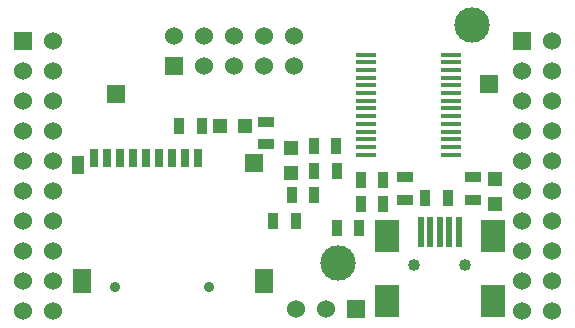
<source format=gts>
G04 (created by PCBNEW (2013-07-07 BZR 4022)-stable) date 05/03/2014 08:07:49*
%MOIN*%
G04 Gerber Fmt 3.4, Leading zero omitted, Abs format*
%FSLAX34Y34*%
G01*
G70*
G90*
G04 APERTURE LIST*
%ADD10C,0.00590551*%
%ADD11R,0.035X0.055*%
%ADD12R,0.055X0.035*%
%ADD13R,0.065X0.016*%
%ADD14R,0.06X0.06*%
%ADD15C,0.06*%
%ADD16C,0.11811*%
%ADD17R,0.0472X0.0472*%
%ADD18R,0.02X0.1*%
%ADD19R,0.0787402X0.11*%
%ADD20C,0.04*%
%ADD21R,0.03X0.06*%
%ADD22R,0.04X0.06*%
%ADD23R,0.06X0.08*%
%ADD24C,0.035*%
G04 APERTURE END LIST*
G54D10*
G54D11*
X81275Y-66400D03*
X82025Y-66400D03*
G54D12*
X82750Y-66275D03*
X82750Y-65525D03*
G54D11*
X83425Y-66200D03*
X84175Y-66200D03*
X80475Y-65300D03*
X79725Y-65300D03*
X79700Y-64475D03*
X80450Y-64475D03*
X81275Y-65600D03*
X82025Y-65600D03*
X81225Y-67200D03*
X80475Y-67200D03*
G54D12*
X85000Y-66275D03*
X85000Y-65525D03*
G54D11*
X78975Y-66100D03*
X79725Y-66100D03*
G54D13*
X81433Y-62972D03*
X81433Y-63228D03*
X81433Y-63484D03*
X81433Y-63740D03*
X84267Y-62204D03*
X81433Y-62204D03*
X81433Y-62460D03*
X81433Y-62716D03*
X84267Y-63996D03*
X84267Y-63740D03*
X84267Y-63484D03*
X84267Y-63228D03*
X84267Y-62972D03*
X84267Y-62716D03*
X81433Y-63996D03*
X84267Y-62460D03*
X84267Y-61948D03*
X84267Y-61693D03*
X84267Y-61437D03*
X81433Y-61437D03*
X81433Y-61693D03*
X81433Y-61948D03*
X81433Y-64252D03*
X81433Y-64507D03*
X81433Y-64763D03*
X84267Y-64763D03*
X84267Y-64507D03*
X84267Y-64252D03*
G54D11*
X75225Y-63800D03*
X75975Y-63800D03*
G54D14*
X81100Y-69900D03*
G54D15*
X80100Y-69900D03*
X79100Y-69900D03*
G54D14*
X85550Y-62400D03*
X73120Y-62740D03*
G54D11*
X79100Y-66975D03*
X78350Y-66975D03*
G54D12*
X78125Y-64425D03*
X78125Y-63675D03*
G54D16*
X80500Y-68375D03*
X84975Y-60450D03*
G54D17*
X85750Y-65587D03*
X85750Y-66413D03*
X78950Y-65363D03*
X78950Y-64537D03*
X76587Y-63800D03*
X77413Y-63800D03*
G54D18*
X83270Y-67350D03*
X83585Y-67350D03*
X83900Y-67350D03*
X84214Y-67350D03*
X84529Y-67350D03*
G54D19*
X82128Y-69631D03*
X85671Y-69631D03*
X82128Y-67465D03*
X85671Y-67465D03*
G54D20*
X83050Y-68450D03*
X84750Y-68450D03*
G54D21*
X75832Y-64890D03*
X75399Y-64890D03*
X74966Y-64890D03*
X74533Y-64890D03*
X74100Y-64890D03*
X73666Y-64890D03*
X73233Y-64890D03*
X72800Y-64890D03*
X72367Y-64890D03*
G54D22*
X71837Y-65126D03*
G54D23*
X71974Y-68973D03*
X78037Y-68973D03*
G54D14*
X77714Y-65044D03*
G54D24*
X73076Y-69181D03*
X76225Y-69181D03*
G54D14*
X75060Y-61800D03*
G54D15*
X75060Y-60800D03*
X76060Y-61800D03*
X76060Y-60800D03*
X77060Y-61800D03*
X77060Y-60800D03*
X78060Y-61800D03*
X78060Y-60800D03*
X79060Y-61800D03*
X79060Y-60800D03*
G54D14*
X70000Y-60984D03*
G54D15*
X71000Y-60984D03*
X70000Y-61984D03*
X71000Y-61984D03*
X70000Y-62984D03*
X71000Y-62984D03*
X70000Y-63984D03*
X71000Y-63984D03*
X70000Y-64984D03*
X71000Y-64984D03*
X70000Y-65984D03*
X71000Y-65984D03*
X70000Y-66984D03*
X71000Y-66984D03*
X70000Y-67984D03*
X71000Y-67984D03*
X70000Y-68984D03*
X71000Y-68984D03*
X70000Y-69984D03*
X71000Y-69984D03*
G54D14*
X86650Y-60984D03*
G54D15*
X87650Y-60984D03*
X86650Y-61984D03*
X87650Y-61984D03*
X86650Y-62984D03*
X87650Y-62984D03*
X86650Y-63984D03*
X87650Y-63984D03*
X86650Y-64984D03*
X87650Y-64984D03*
X86650Y-65984D03*
X87650Y-65984D03*
X86650Y-66984D03*
X87650Y-66984D03*
X86650Y-67984D03*
X87650Y-67984D03*
X86650Y-68984D03*
X87650Y-68984D03*
X86650Y-69984D03*
X87650Y-69984D03*
M02*

</source>
